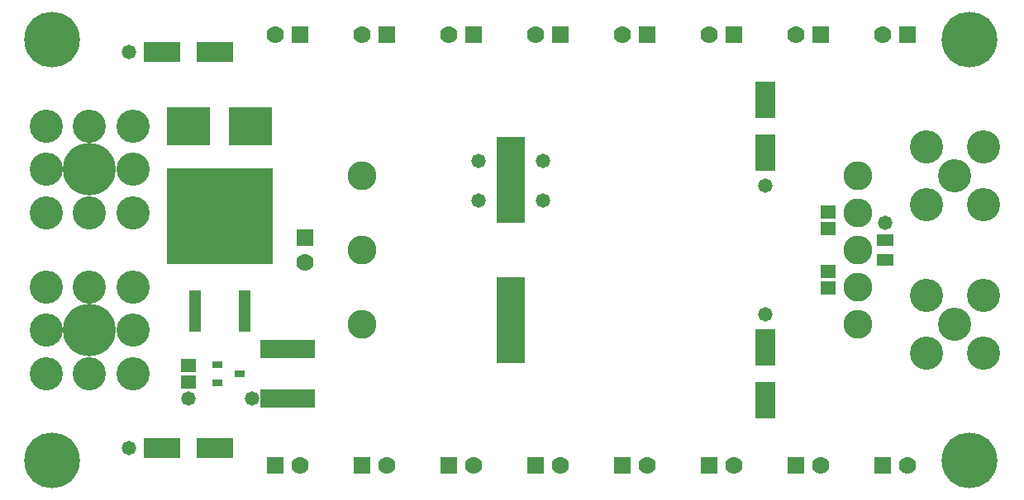
<source format=gts>
G04*
G04 #@! TF.GenerationSoftware,Altium Limited,Altium Designer,21.0.9 (235)*
G04*
G04 Layer_Color=8388736*
%FSLAX25Y25*%
%MOIN*%
G70*
G04*
G04 #@! TF.SameCoordinates,248EADF4-6E9D-4877-B34C-AAFE22DB1BC7*
G04*
G04*
G04 #@! TF.FilePolarity,Negative*
G04*
G01*
G75*
%ADD13R,0.43123X0.38989*%
%ADD14R,0.04737X0.17139*%
%ADD15R,0.17493X0.15800*%
%ADD16R,0.04343X0.03162*%
%ADD17R,0.06115X0.05328*%
%ADD18R,0.14776X0.07887*%
%ADD19R,0.11430X0.34658*%
%ADD20R,0.07887X0.14776*%
%ADD21R,0.06706X0.04737*%
%ADD22R,0.22060X0.07690*%
%ADD23C,0.21272*%
%ADD24C,0.13398*%
%ADD25C,0.07000*%
%ADD26R,0.07000X0.07000*%
%ADD27R,0.07000X0.07000*%
%ADD28C,0.22453*%
%ADD29C,0.11627*%
%ADD30C,0.05800*%
D13*
X82500Y113779D02*
D03*
D14*
X92500Y75394D02*
D03*
X72500D02*
D03*
D15*
X95059Y150000D02*
D03*
X69941D02*
D03*
D16*
X81472Y53740D02*
D03*
Y46260D02*
D03*
X90528Y50000D02*
D03*
D17*
X70000Y53445D02*
D03*
Y46555D02*
D03*
X328000Y84555D02*
D03*
Y91445D02*
D03*
Y115445D02*
D03*
Y108555D02*
D03*
D18*
X80630Y180000D02*
D03*
X59370D02*
D03*
X80630Y20000D02*
D03*
X59370D02*
D03*
D19*
X200000Y128347D02*
D03*
Y71653D02*
D03*
D20*
X302500Y160630D02*
D03*
Y139370D02*
D03*
Y39370D02*
D03*
Y60630D02*
D03*
D21*
X351000Y103937D02*
D03*
Y96063D02*
D03*
D22*
X110000Y40059D02*
D03*
Y59941D02*
D03*
D23*
X30000Y132500D02*
D03*
Y67500D02*
D03*
D24*
X12539Y149961D02*
D03*
X30000D02*
D03*
X47461D02*
D03*
Y132500D02*
D03*
X12539D02*
D03*
Y115039D02*
D03*
X30000D02*
D03*
X47461D02*
D03*
X12539Y84961D02*
D03*
X30000D02*
D03*
X47461D02*
D03*
Y67500D02*
D03*
X12539D02*
D03*
Y50039D02*
D03*
X30000D02*
D03*
X47461D02*
D03*
X379000Y130000D02*
D03*
X390555Y118445D02*
D03*
X367445D02*
D03*
X390555Y141555D02*
D03*
X367445D02*
D03*
X379000Y70000D02*
D03*
X390555Y58445D02*
D03*
X367445D02*
D03*
X390555Y81555D02*
D03*
X367445D02*
D03*
D25*
X116933Y95079D02*
D03*
X105079Y187067D02*
D03*
X140079D02*
D03*
X175079D02*
D03*
X210079D02*
D03*
X245079D02*
D03*
X280079D02*
D03*
X315079D02*
D03*
X350079D02*
D03*
X359921Y12933D02*
D03*
X324921D02*
D03*
X289921D02*
D03*
X254921D02*
D03*
X219921D02*
D03*
X184921D02*
D03*
X149921D02*
D03*
X114921D02*
D03*
D26*
X116933Y104921D02*
D03*
D27*
X114921Y187067D02*
D03*
X149921D02*
D03*
X184921D02*
D03*
X219921D02*
D03*
X254921D02*
D03*
X289921D02*
D03*
X324921D02*
D03*
X359921D02*
D03*
X350079Y12933D02*
D03*
X315079D02*
D03*
X280079D02*
D03*
X245079D02*
D03*
X210079D02*
D03*
X175079D02*
D03*
X140079D02*
D03*
X105079D02*
D03*
D28*
X15000Y185000D02*
D03*
X385000D02*
D03*
Y15000D02*
D03*
X15000D02*
D03*
D29*
X140000Y70079D02*
D03*
Y100000D02*
D03*
Y129921D02*
D03*
X340000D02*
D03*
Y114961D02*
D03*
Y100000D02*
D03*
Y85039D02*
D03*
Y70079D02*
D03*
D30*
X351000Y111000D02*
D03*
X95500Y40000D02*
D03*
X70000D02*
D03*
X213000Y120000D02*
D03*
Y136000D02*
D03*
X187000Y120000D02*
D03*
Y136000D02*
D03*
X46000Y180000D02*
D03*
Y20000D02*
D03*
X302500Y74000D02*
D03*
Y126000D02*
D03*
M02*

</source>
